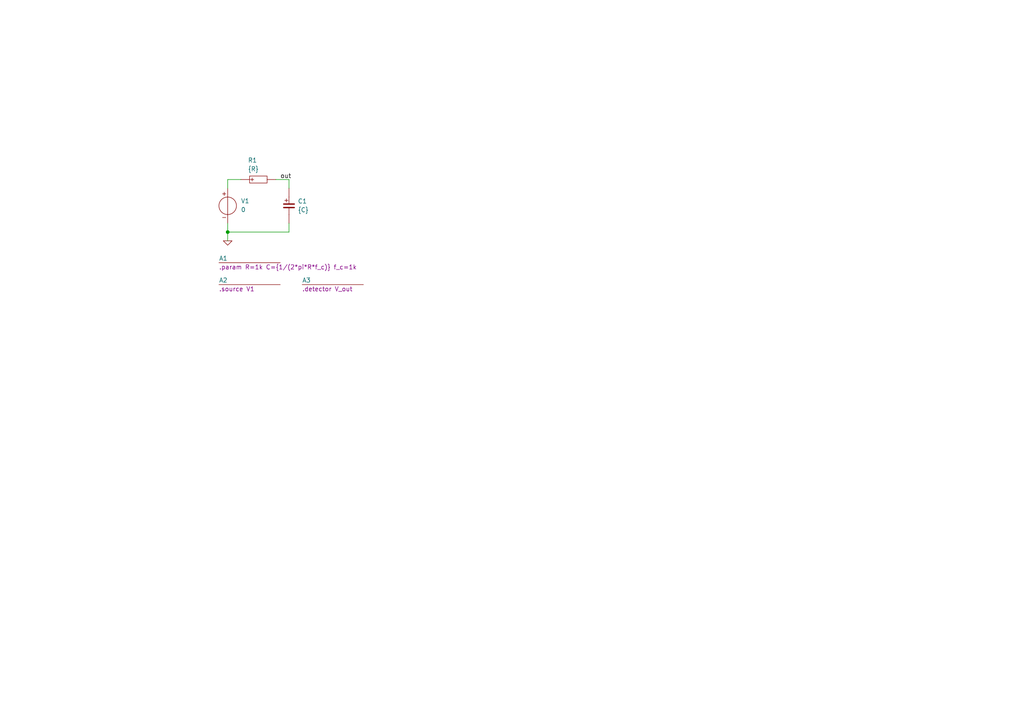
<source format=kicad_sch>
(kicad_sch (version 20231120) (generator "eeschema") (generator_version "8.0")
  (paper "A4")
  (title_block (title "myFirstRCnetwork"))
  (lib_symbols
    (symbol "SLiCAP:C" (pin_numbers hide) (pin_names (offset 1.016) hide)
      (property "Reference" "C?" (at 13.97 3.81 0))
      (property "Value" "{C}" (at 12.7 1.27 0) (show_name))
      (property "vinit" "0" (at 16.51 -1.27 0) (show_name))
      (symbol "C_0_0"
        (text "+" (at 9.398 1.651 0) (effects (font (size 1.27 1.27))))
        (pin passive line (at 10.16 -5.08 90) (length 2.54) (name "1") (number "1"))
        (pin passive line (at 10.16 5.08 270) (length 2.54) (name "2") (number "2"))
      )
      (symbol "C_0_1"
        (polyline (pts (xy 8.636 -0.508) (xy 11.684 -0.508)) (stroke (width 0.381)))
        (polyline (pts (xy 8.636 0.508) (xy 11.684 0.508)) (stroke (width 0.381)))
        (polyline (pts (xy 10.16 -2.54) (xy 10.16 -0.508)))
        (polyline (pts (xy 10.16 2.54) (xy 10.16 0.508)))
      )
    )
    (symbol "SLiCAP:Command" (pin_numbers hide) (pin_names (offset 0) hide)
      (property "Reference" "A?" (at 0 1.27 0))
      (property "command" "?" (at 0 -1.905 0))
      (symbol "Command_0_1"
        (polyline (pts (xy 0 0) (xy 17.78 0)))
      )
    )
    (symbol "SLiCAP:R" (pin_numbers hide) (pin_names (offset 1.016) hide)
      (property "Reference" "R?" (at 12.065 3.81 0))
      (property "Value" "{R}" (at 12.065 1.905 0) (show_name))
      (property "noisetemp" "0" (at 12.065 0 0) (show_name))
      (property "noiseflow" "0" (at 25.4 0 0) (show_name))
      (property "dcvar" "0" (at 12.065 -1.905 0) (show_name))
      (property "dcvarlot" "0" (at 25.4 -1.905 0) (show_name))
      (symbol "R_0_0"
        (text "+" (at 10.16 1.905 0) (effects (font (size 1.27 1.27))))
        (pin passive line (at 10.16 -5.08 90) (length 2.54) (name "1") (number "1"))
        (pin passive line (at 10.16 5.08 270) (length 2.54) (name "2") (number "2"))
      )
      (symbol "R_0_1"
        (rectangle (start 9.144 2.54) (end 11.176 -2.54))
      )
    )
    (symbol "SLiCAP:V" (pin_numbers hide) (pin_names (offset 0) hide)
      (property "Reference" "V?" (at 3.175 4.445 0))
      (property "Value" "{V}" (at 3.175 2.54 0) (show_name))
      (property "noise" "0" (at 3.175 -3.175 0) (show_name))
      (property "dc" "0" (at 3.175 0.635 0) (show_name))
      (property "dcvar" "0" (at 3.175 -1.27 0) (show_name))
      (symbol "V_0_0"
        (circle (center 0 0) (radius 2.54))
        (text "+" (at -1.016 3.556 0) (effects (font (size 1.27 1.27))))
        (text "-" (at -1.016 -3.302 0) (effects (font (size 1.27 1.27))))
        (pin power_out line (at 0 5.08 270) (length 2.54) (name "p") (number "1"))
        (pin power_out line (at 0 -5.08 90) (length 2.54) (name "n") (number "2"))
      )
      (symbol "V_0_1"
        (polyline (pts (xy 0 2.54) (xy 0 -2.54)))
      )
    )
    (symbol "Simulation_SPICE:0" (power) (pin_names (offset 0))
      (property "Value" "0" (at 0 -1.778 0))
      (symbol "0_0_1"
        (polyline (pts (xy -1.27 0) (xy 0 -1.27) (xy 1.27 0) (xy -1.27 0)))
      )
      (symbol "0_1_1"
        (pin power_in line (at 0 0 0) (length 0) hide (name "0") (number "1"))
      )
    )
  )
  (junction (at 66.04 67.31))
  (wire (pts (xy 83.82 64.77) (xy 83.82 67.31)))
  (wire (pts (xy 66.04 67.31) (xy 83.82 67.31)))
  (wire (pts (xy 83.82 54.61) (xy 83.82 52.07)))
  (wire (pts (xy 66.04 52.07) (xy 66.04 54.61)))
  (wire (pts (xy 66.04 64.77) (xy 66.04 67.31)))
  (wire (pts (xy 66.04 67.31) (xy 66.04 69.85)))
  (wire (pts (xy 69.85 52.07) (xy 66.04 52.07)))
  (wire (pts (xy 83.82 52.07) (xy 80.01 52.07)))
  (label "out" (at 81.28 52.07 0))
  (symbol (lib_id "SLiCAP:Command") (at 87.63 82.55 0) (unit 1)
    (property "Reference" "A3" (at 87.63 81.28 0) (effects (justify left)))
    (property "command" ".detector V_out" (at 87.63 83.82 0) (effects (justify left)))
  )
  (symbol (lib_id "SLiCAP:V") (at 66.04 59.69 0) (unit 1)
    (property "Reference" "V1" (at 69.85 58.2929 0) (effects (justify left)))
    (property "Value" "0" (at 69.85 60.8329 0) (effects (justify left)))
    (property "noise" "0" (effects (hide yes)))
    (property "dc" "0" (effects (hide yes)))
    (property "dcvar" "0" (effects (hide yes)))
    (property "model" "V" (effects (hide yes)))
  )
  (symbol (lib_id "SLiCAP:C") (at 73.66 59.69 0) (unit 1)
    (property "Reference" "C1" (at 86.36 58.3536 0) (effects (justify left)))
    (property "Value" "{C}" (at 86.36 60.8936 0) (effects (justify left)))
    (property "model" "C" (effects (hide yes)))
    (property "vinit" "0" (effects (hide yes)))
  )
  (symbol (lib_id "Simulation_SPICE:0") (at 66.04 69.85 0) (unit 1)
    (property "Reference" "#GND01" (effects (hide yes)))
    (property "Value" "0" (effects (hide yes)))
  )
  (symbol (lib_id "SLiCAP:Command") (at 63.5 82.55 0) (unit 1)
    (property "Reference" "A2" (at 63.5 81.28 0) (effects (justify left)))
    (property "command" ".source V1" (at 63.5 83.82 0) (effects (justify left)))
  )
  (symbol (lib_id "SLiCAP:Command") (at 63.5 76.2 0) (unit 1)
    (property "Reference" "A1" (at 63.5 74.93 0) (effects (justify left)))
    (property "command" ".param R=1k C={1/(2*pi*R*f_c)} f_c=1k" (at 63.5 77.47 0) (effects (justify left)))
  )
  (symbol (lib_id "SLiCAP:R") (at 74.93 62.23 90) (unit 1)
    (property "Reference" "R1" (at 71.882 46.482 90) (effects (justify right)))
    (property "Value" "{R}" (at 71.882 49.022 90) (effects (justify right)))
    (property "model" "R" (effects (hide yes)))
    (property "noisetemp" "0" (effects (hide yes)))
    (property "noiseflow" "0" (effects (hide yes)))
    (property "dcvar" "0" (effects (hide yes)))
    (property "dcvarlot" "0" (effects (hide yes)))
  )
)
</source>
